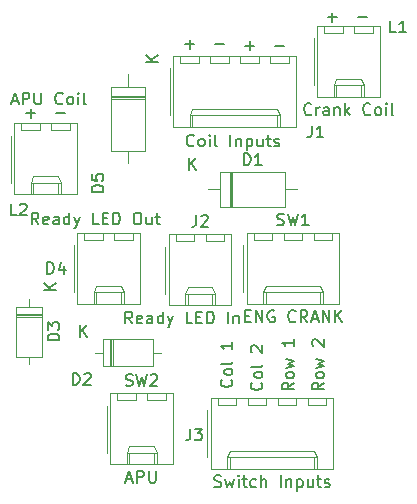
<source format=gbr>
G04 #@! TF.GenerationSoftware,KiCad,Pcbnew,(5.1.5-0-10_14)*
G04 #@! TF.CreationDate,2021-03-15T05:51:44+10:00*
G04 #@! TF.ProjectId,OH - Left Console - 14 - Auxiliary Power Unit Panel,4f48202d-204c-4656-9674-20436f6e736f,rev?*
G04 #@! TF.SameCoordinates,Original*
G04 #@! TF.FileFunction,Legend,Top*
G04 #@! TF.FilePolarity,Positive*
%FSLAX46Y46*%
G04 Gerber Fmt 4.6, Leading zero omitted, Abs format (unit mm)*
G04 Created by KiCad (PCBNEW (5.1.5-0-10_14)) date 2021-03-15 05:51:44*
%MOMM*%
%LPD*%
G04 APERTURE LIST*
%ADD10C,0.150000*%
%ADD11C,0.120000*%
G04 APERTURE END LIST*
D10*
X165933380Y-75437809D02*
X165457190Y-75771142D01*
X165933380Y-76009238D02*
X164933380Y-76009238D01*
X164933380Y-75628285D01*
X164981000Y-75533047D01*
X165028619Y-75485428D01*
X165123857Y-75437809D01*
X165266714Y-75437809D01*
X165361952Y-75485428D01*
X165409571Y-75533047D01*
X165457190Y-75628285D01*
X165457190Y-76009238D01*
X165933380Y-74866380D02*
X165885761Y-74961619D01*
X165838142Y-75009238D01*
X165742904Y-75056857D01*
X165457190Y-75056857D01*
X165361952Y-75009238D01*
X165314333Y-74961619D01*
X165266714Y-74866380D01*
X165266714Y-74723523D01*
X165314333Y-74628285D01*
X165361952Y-74580666D01*
X165457190Y-74533047D01*
X165742904Y-74533047D01*
X165838142Y-74580666D01*
X165885761Y-74628285D01*
X165933380Y-74723523D01*
X165933380Y-74866380D01*
X165266714Y-74199714D02*
X165933380Y-74009238D01*
X165457190Y-73818761D01*
X165933380Y-73628285D01*
X165266714Y-73437809D01*
X165028619Y-72342571D02*
X164981000Y-72294952D01*
X164933380Y-72199714D01*
X164933380Y-71961619D01*
X164981000Y-71866380D01*
X165028619Y-71818761D01*
X165123857Y-71771142D01*
X165219095Y-71771142D01*
X165361952Y-71818761D01*
X165933380Y-72390190D01*
X165933380Y-71771142D01*
X163393380Y-75437809D02*
X162917190Y-75771142D01*
X163393380Y-76009238D02*
X162393380Y-76009238D01*
X162393380Y-75628285D01*
X162441000Y-75533047D01*
X162488619Y-75485428D01*
X162583857Y-75437809D01*
X162726714Y-75437809D01*
X162821952Y-75485428D01*
X162869571Y-75533047D01*
X162917190Y-75628285D01*
X162917190Y-76009238D01*
X163393380Y-74866380D02*
X163345761Y-74961619D01*
X163298142Y-75009238D01*
X163202904Y-75056857D01*
X162917190Y-75056857D01*
X162821952Y-75009238D01*
X162774333Y-74961619D01*
X162726714Y-74866380D01*
X162726714Y-74723523D01*
X162774333Y-74628285D01*
X162821952Y-74580666D01*
X162917190Y-74533047D01*
X163202904Y-74533047D01*
X163298142Y-74580666D01*
X163345761Y-74628285D01*
X163393380Y-74723523D01*
X163393380Y-74866380D01*
X162726714Y-74199714D02*
X163393380Y-74009238D01*
X162917190Y-73818761D01*
X163393380Y-73628285D01*
X162726714Y-73437809D01*
X163393380Y-71771142D02*
X163393380Y-72342571D01*
X163393380Y-72056857D02*
X162393380Y-72056857D01*
X162536238Y-72152095D01*
X162631476Y-72247333D01*
X162679095Y-72342571D01*
X160631142Y-75429904D02*
X160678761Y-75477523D01*
X160726380Y-75620380D01*
X160726380Y-75715619D01*
X160678761Y-75858476D01*
X160583523Y-75953714D01*
X160488285Y-76001333D01*
X160297809Y-76048952D01*
X160154952Y-76048952D01*
X159964476Y-76001333D01*
X159869238Y-75953714D01*
X159774000Y-75858476D01*
X159726380Y-75715619D01*
X159726380Y-75620380D01*
X159774000Y-75477523D01*
X159821619Y-75429904D01*
X160726380Y-74858476D02*
X160678761Y-74953714D01*
X160631142Y-75001333D01*
X160535904Y-75048952D01*
X160250190Y-75048952D01*
X160154952Y-75001333D01*
X160107333Y-74953714D01*
X160059714Y-74858476D01*
X160059714Y-74715619D01*
X160107333Y-74620380D01*
X160154952Y-74572761D01*
X160250190Y-74525142D01*
X160535904Y-74525142D01*
X160631142Y-74572761D01*
X160678761Y-74620380D01*
X160726380Y-74715619D01*
X160726380Y-74858476D01*
X160726380Y-73953714D02*
X160678761Y-74048952D01*
X160583523Y-74096571D01*
X159726380Y-74096571D01*
X159821619Y-72858476D02*
X159774000Y-72810857D01*
X159726380Y-72715619D01*
X159726380Y-72477523D01*
X159774000Y-72382285D01*
X159821619Y-72334666D01*
X159916857Y-72287047D01*
X160012095Y-72287047D01*
X160154952Y-72334666D01*
X160726380Y-72906095D01*
X160726380Y-72287047D01*
X158091142Y-75175904D02*
X158138761Y-75223523D01*
X158186380Y-75366380D01*
X158186380Y-75461619D01*
X158138761Y-75604476D01*
X158043523Y-75699714D01*
X157948285Y-75747333D01*
X157757809Y-75794952D01*
X157614952Y-75794952D01*
X157424476Y-75747333D01*
X157329238Y-75699714D01*
X157234000Y-75604476D01*
X157186380Y-75461619D01*
X157186380Y-75366380D01*
X157234000Y-75223523D01*
X157281619Y-75175904D01*
X158186380Y-74604476D02*
X158138761Y-74699714D01*
X158091142Y-74747333D01*
X157995904Y-74794952D01*
X157710190Y-74794952D01*
X157614952Y-74747333D01*
X157567333Y-74699714D01*
X157519714Y-74604476D01*
X157519714Y-74461619D01*
X157567333Y-74366380D01*
X157614952Y-74318761D01*
X157710190Y-74271142D01*
X157995904Y-74271142D01*
X158091142Y-74318761D01*
X158138761Y-74366380D01*
X158186380Y-74461619D01*
X158186380Y-74604476D01*
X158186380Y-73699714D02*
X158138761Y-73794952D01*
X158043523Y-73842571D01*
X157186380Y-73842571D01*
X158186380Y-72033047D02*
X158186380Y-72604476D01*
X158186380Y-72318761D02*
X157186380Y-72318761D01*
X157329238Y-72414000D01*
X157424476Y-72509238D01*
X157472095Y-72604476D01*
X143256047Y-52649428D02*
X144017952Y-52649428D01*
X140716047Y-52649428D02*
X141477952Y-52649428D01*
X141097000Y-53030380D02*
X141097000Y-52268476D01*
X168783047Y-44521428D02*
X169544952Y-44521428D01*
X166243047Y-44521428D02*
X167004952Y-44521428D01*
X166624000Y-44902380D02*
X166624000Y-44140476D01*
X161798047Y-46934428D02*
X162559952Y-46934428D01*
X159258047Y-46934428D02*
X160019952Y-46934428D01*
X159639000Y-47315380D02*
X159639000Y-46553476D01*
X156718047Y-46807428D02*
X157479952Y-46807428D01*
X154178047Y-46807428D02*
X154939952Y-46807428D01*
X154559000Y-47188380D02*
X154559000Y-46426476D01*
D11*
X152565000Y-76945000D02*
X152565000Y-76345000D01*
X150965000Y-76945000D02*
X152565000Y-76945000D01*
X150965000Y-76345000D02*
X150965000Y-76945000D01*
X150025000Y-76945000D02*
X150025000Y-76345000D01*
X148425000Y-76945000D02*
X150025000Y-76945000D01*
X148425000Y-76345000D02*
X148425000Y-76945000D01*
X151515000Y-82365000D02*
X151515000Y-81365000D01*
X149475000Y-82365000D02*
X149475000Y-81365000D01*
X151515000Y-80835000D02*
X151765000Y-81365000D01*
X149475000Y-80835000D02*
X151515000Y-80835000D01*
X149225000Y-81365000D02*
X149475000Y-80835000D01*
X151765000Y-81365000D02*
X151765000Y-82365000D01*
X149225000Y-81365000D02*
X151765000Y-81365000D01*
X149225000Y-82365000D02*
X149225000Y-81365000D01*
X147555000Y-77375000D02*
X147555000Y-81375000D01*
X153145000Y-76345000D02*
X147845000Y-76345000D01*
X153145000Y-82365000D02*
X153145000Y-76345000D01*
X147845000Y-82365000D02*
X153145000Y-82365000D01*
X147845000Y-76345000D02*
X147845000Y-82365000D01*
X166662000Y-63356000D02*
X166662000Y-62756000D01*
X165062000Y-63356000D02*
X166662000Y-63356000D01*
X165062000Y-62756000D02*
X165062000Y-63356000D01*
X164122000Y-63356000D02*
X164122000Y-62756000D01*
X162522000Y-63356000D02*
X164122000Y-63356000D01*
X162522000Y-62756000D02*
X162522000Y-63356000D01*
X161582000Y-63356000D02*
X161582000Y-62756000D01*
X159982000Y-63356000D02*
X161582000Y-63356000D01*
X159982000Y-62756000D02*
X159982000Y-63356000D01*
X165612000Y-68776000D02*
X165612000Y-67776000D01*
X161032000Y-68776000D02*
X161032000Y-67776000D01*
X165612000Y-67246000D02*
X165862000Y-67776000D01*
X161032000Y-67246000D02*
X165612000Y-67246000D01*
X160782000Y-67776000D02*
X161032000Y-67246000D01*
X165862000Y-67776000D02*
X165862000Y-68776000D01*
X160782000Y-67776000D02*
X165862000Y-67776000D01*
X160782000Y-68776000D02*
X160782000Y-67776000D01*
X159112000Y-63786000D02*
X159112000Y-67786000D01*
X167242000Y-62756000D02*
X159402000Y-62756000D01*
X167242000Y-68776000D02*
X167242000Y-62756000D01*
X159402000Y-68776000D02*
X167242000Y-68776000D01*
X159402000Y-62756000D02*
X159402000Y-68776000D01*
X144437000Y-54085000D02*
X144437000Y-53485000D01*
X142837000Y-54085000D02*
X144437000Y-54085000D01*
X142837000Y-53485000D02*
X142837000Y-54085000D01*
X141897000Y-54085000D02*
X141897000Y-53485000D01*
X140297000Y-54085000D02*
X141897000Y-54085000D01*
X140297000Y-53485000D02*
X140297000Y-54085000D01*
X143387000Y-59505000D02*
X143387000Y-58505000D01*
X141347000Y-59505000D02*
X141347000Y-58505000D01*
X143387000Y-57975000D02*
X143637000Y-58505000D01*
X141347000Y-57975000D02*
X143387000Y-57975000D01*
X141097000Y-58505000D02*
X141347000Y-57975000D01*
X143637000Y-58505000D02*
X143637000Y-59505000D01*
X141097000Y-58505000D02*
X143637000Y-58505000D01*
X141097000Y-59505000D02*
X141097000Y-58505000D01*
X139427000Y-54515000D02*
X139427000Y-58515000D01*
X145017000Y-53485000D02*
X139717000Y-53485000D01*
X145017000Y-59505000D02*
X145017000Y-53485000D01*
X139717000Y-59505000D02*
X145017000Y-59505000D01*
X139717000Y-53485000D02*
X139717000Y-59505000D01*
X170091000Y-45830000D02*
X170091000Y-45230000D01*
X168491000Y-45830000D02*
X170091000Y-45830000D01*
X168491000Y-45230000D02*
X168491000Y-45830000D01*
X167551000Y-45830000D02*
X167551000Y-45230000D01*
X165951000Y-45830000D02*
X167551000Y-45830000D01*
X165951000Y-45230000D02*
X165951000Y-45830000D01*
X169041000Y-51250000D02*
X169041000Y-50250000D01*
X167001000Y-51250000D02*
X167001000Y-50250000D01*
X169041000Y-49720000D02*
X169291000Y-50250000D01*
X167001000Y-49720000D02*
X169041000Y-49720000D01*
X166751000Y-50250000D02*
X167001000Y-49720000D01*
X169291000Y-50250000D02*
X169291000Y-51250000D01*
X166751000Y-50250000D02*
X169291000Y-50250000D01*
X166751000Y-51250000D02*
X166751000Y-50250000D01*
X165081000Y-46260000D02*
X165081000Y-50260000D01*
X170671000Y-45230000D02*
X165371000Y-45230000D01*
X170671000Y-51250000D02*
X170671000Y-45230000D01*
X165371000Y-51250000D02*
X170671000Y-51250000D01*
X165371000Y-45230000D02*
X165371000Y-51250000D01*
X166154000Y-77326000D02*
X166154000Y-76726000D01*
X164554000Y-77326000D02*
X166154000Y-77326000D01*
X164554000Y-76726000D02*
X164554000Y-77326000D01*
X163614000Y-77326000D02*
X163614000Y-76726000D01*
X162014000Y-77326000D02*
X163614000Y-77326000D01*
X162014000Y-76726000D02*
X162014000Y-77326000D01*
X161074000Y-77326000D02*
X161074000Y-76726000D01*
X159474000Y-77326000D02*
X161074000Y-77326000D01*
X159474000Y-76726000D02*
X159474000Y-77326000D01*
X158534000Y-77326000D02*
X158534000Y-76726000D01*
X156934000Y-77326000D02*
X158534000Y-77326000D01*
X156934000Y-76726000D02*
X156934000Y-77326000D01*
X165104000Y-82746000D02*
X165104000Y-81746000D01*
X157984000Y-82746000D02*
X157984000Y-81746000D01*
X165104000Y-81216000D02*
X165354000Y-81746000D01*
X157984000Y-81216000D02*
X165104000Y-81216000D01*
X157734000Y-81746000D02*
X157984000Y-81216000D01*
X165354000Y-81746000D02*
X165354000Y-82746000D01*
X157734000Y-81746000D02*
X165354000Y-81746000D01*
X157734000Y-82746000D02*
X157734000Y-81746000D01*
X156064000Y-77756000D02*
X156064000Y-81756000D01*
X166734000Y-76726000D02*
X156354000Y-76726000D01*
X166734000Y-82746000D02*
X166734000Y-76726000D01*
X156354000Y-82746000D02*
X166734000Y-82746000D01*
X156354000Y-76726000D02*
X156354000Y-82746000D01*
X157518000Y-63483000D02*
X157518000Y-62883000D01*
X155918000Y-63483000D02*
X157518000Y-63483000D01*
X155918000Y-62883000D02*
X155918000Y-63483000D01*
X154978000Y-63483000D02*
X154978000Y-62883000D01*
X153378000Y-63483000D02*
X154978000Y-63483000D01*
X153378000Y-62883000D02*
X153378000Y-63483000D01*
X156468000Y-68903000D02*
X156468000Y-67903000D01*
X154428000Y-68903000D02*
X154428000Y-67903000D01*
X156468000Y-67373000D02*
X156718000Y-67903000D01*
X154428000Y-67373000D02*
X156468000Y-67373000D01*
X154178000Y-67903000D02*
X154428000Y-67373000D01*
X156718000Y-67903000D02*
X156718000Y-68903000D01*
X154178000Y-67903000D02*
X156718000Y-67903000D01*
X154178000Y-68903000D02*
X154178000Y-67903000D01*
X152508000Y-63913000D02*
X152508000Y-67913000D01*
X158098000Y-62883000D02*
X152798000Y-62883000D01*
X158098000Y-68903000D02*
X158098000Y-62883000D01*
X152798000Y-68903000D02*
X158098000Y-68903000D01*
X152798000Y-62883000D02*
X152798000Y-68903000D01*
X162979000Y-48370000D02*
X162979000Y-47770000D01*
X161379000Y-48370000D02*
X162979000Y-48370000D01*
X161379000Y-47770000D02*
X161379000Y-48370000D01*
X160439000Y-48370000D02*
X160439000Y-47770000D01*
X158839000Y-48370000D02*
X160439000Y-48370000D01*
X158839000Y-47770000D02*
X158839000Y-48370000D01*
X157899000Y-48370000D02*
X157899000Y-47770000D01*
X156299000Y-48370000D02*
X157899000Y-48370000D01*
X156299000Y-47770000D02*
X156299000Y-48370000D01*
X155359000Y-48370000D02*
X155359000Y-47770000D01*
X153759000Y-48370000D02*
X155359000Y-48370000D01*
X153759000Y-47770000D02*
X153759000Y-48370000D01*
X161929000Y-53790000D02*
X161929000Y-52790000D01*
X154809000Y-53790000D02*
X154809000Y-52790000D01*
X161929000Y-52260000D02*
X162179000Y-52790000D01*
X154809000Y-52260000D02*
X161929000Y-52260000D01*
X154559000Y-52790000D02*
X154809000Y-52260000D01*
X162179000Y-52790000D02*
X162179000Y-53790000D01*
X154559000Y-52790000D02*
X162179000Y-52790000D01*
X154559000Y-53790000D02*
X154559000Y-52790000D01*
X152889000Y-48800000D02*
X152889000Y-52800000D01*
X163559000Y-47770000D02*
X153179000Y-47770000D01*
X163559000Y-53790000D02*
X163559000Y-47770000D01*
X153179000Y-53790000D02*
X163559000Y-53790000D01*
X153179000Y-47770000D02*
X153179000Y-53790000D01*
X150822000Y-51146000D02*
X147882000Y-51146000D01*
X150822000Y-51386000D02*
X147882000Y-51386000D01*
X150822000Y-51266000D02*
X147882000Y-51266000D01*
X149352000Y-56826000D02*
X149352000Y-55806000D01*
X149352000Y-49346000D02*
X149352000Y-50366000D01*
X150822000Y-55806000D02*
X150822000Y-50366000D01*
X147882000Y-55806000D02*
X150822000Y-55806000D01*
X147882000Y-50366000D02*
X147882000Y-55806000D01*
X150822000Y-50366000D02*
X147882000Y-50366000D01*
X149771000Y-63356000D02*
X149771000Y-62756000D01*
X148171000Y-63356000D02*
X149771000Y-63356000D01*
X148171000Y-62756000D02*
X148171000Y-63356000D01*
X147231000Y-63356000D02*
X147231000Y-62756000D01*
X145631000Y-63356000D02*
X147231000Y-63356000D01*
X145631000Y-62756000D02*
X145631000Y-63356000D01*
X148721000Y-68776000D02*
X148721000Y-67776000D01*
X146681000Y-68776000D02*
X146681000Y-67776000D01*
X148721000Y-67246000D02*
X148971000Y-67776000D01*
X146681000Y-67246000D02*
X148721000Y-67246000D01*
X146431000Y-67776000D02*
X146681000Y-67246000D01*
X148971000Y-67776000D02*
X148971000Y-68776000D01*
X146431000Y-67776000D02*
X148971000Y-67776000D01*
X146431000Y-68776000D02*
X146431000Y-67776000D01*
X144761000Y-63786000D02*
X144761000Y-67786000D01*
X150351000Y-62756000D02*
X145051000Y-62756000D01*
X150351000Y-68776000D02*
X150351000Y-62756000D01*
X145051000Y-68776000D02*
X150351000Y-68776000D01*
X145051000Y-62756000D02*
X145051000Y-68776000D01*
X142090000Y-69600000D02*
X139850000Y-69600000D01*
X142090000Y-69840000D02*
X139850000Y-69840000D01*
X142090000Y-69720000D02*
X139850000Y-69720000D01*
X140970000Y-73890000D02*
X140970000Y-73240000D01*
X140970000Y-68350000D02*
X140970000Y-69000000D01*
X142090000Y-73240000D02*
X142090000Y-69000000D01*
X139850000Y-73240000D02*
X142090000Y-73240000D01*
X139850000Y-69000000D02*
X139850000Y-73240000D01*
X142090000Y-69000000D02*
X139850000Y-69000000D01*
X147832000Y-71778000D02*
X147832000Y-74018000D01*
X148072000Y-71778000D02*
X148072000Y-74018000D01*
X147952000Y-71778000D02*
X147952000Y-74018000D01*
X152122000Y-72898000D02*
X151472000Y-72898000D01*
X146582000Y-72898000D02*
X147232000Y-72898000D01*
X151472000Y-71778000D02*
X147232000Y-71778000D01*
X151472000Y-74018000D02*
X151472000Y-71778000D01*
X147232000Y-74018000D02*
X151472000Y-74018000D01*
X147232000Y-71778000D02*
X147232000Y-74018000D01*
X157953000Y-57585000D02*
X157953000Y-60525000D01*
X158193000Y-57585000D02*
X158193000Y-60525000D01*
X158073000Y-57585000D02*
X158073000Y-60525000D01*
X163633000Y-59055000D02*
X162613000Y-59055000D01*
X156153000Y-59055000D02*
X157173000Y-59055000D01*
X162613000Y-57585000D02*
X157173000Y-57585000D01*
X162613000Y-60525000D02*
X162613000Y-57585000D01*
X157173000Y-60525000D02*
X162613000Y-60525000D01*
X157173000Y-57585000D02*
X157173000Y-60525000D01*
D10*
X149161666Y-75659761D02*
X149304523Y-75707380D01*
X149542619Y-75707380D01*
X149637857Y-75659761D01*
X149685476Y-75612142D01*
X149733095Y-75516904D01*
X149733095Y-75421666D01*
X149685476Y-75326428D01*
X149637857Y-75278809D01*
X149542619Y-75231190D01*
X149352142Y-75183571D01*
X149256904Y-75135952D01*
X149209285Y-75088333D01*
X149161666Y-74993095D01*
X149161666Y-74897857D01*
X149209285Y-74802619D01*
X149256904Y-74755000D01*
X149352142Y-74707380D01*
X149590238Y-74707380D01*
X149733095Y-74755000D01*
X150066428Y-74707380D02*
X150304523Y-75707380D01*
X150495000Y-74993095D01*
X150685476Y-75707380D01*
X150923571Y-74707380D01*
X151256904Y-74802619D02*
X151304523Y-74755000D01*
X151399761Y-74707380D01*
X151637857Y-74707380D01*
X151733095Y-74755000D01*
X151780714Y-74802619D01*
X151828333Y-74897857D01*
X151828333Y-74993095D01*
X151780714Y-75135952D01*
X151209285Y-75707380D01*
X151828333Y-75707380D01*
X149233095Y-83621666D02*
X149709285Y-83621666D01*
X149137857Y-83907380D02*
X149471190Y-82907380D01*
X149804523Y-83907380D01*
X150137857Y-83907380D02*
X150137857Y-82907380D01*
X150518809Y-82907380D01*
X150614047Y-82955000D01*
X150661666Y-83002619D01*
X150709285Y-83097857D01*
X150709285Y-83240714D01*
X150661666Y-83335952D01*
X150614047Y-83383571D01*
X150518809Y-83431190D01*
X150137857Y-83431190D01*
X151137857Y-82907380D02*
X151137857Y-83716904D01*
X151185476Y-83812142D01*
X151233095Y-83859761D01*
X151328333Y-83907380D01*
X151518809Y-83907380D01*
X151614047Y-83859761D01*
X151661666Y-83812142D01*
X151709285Y-83716904D01*
X151709285Y-82907380D01*
X161988666Y-62070761D02*
X162131523Y-62118380D01*
X162369619Y-62118380D01*
X162464857Y-62070761D01*
X162512476Y-62023142D01*
X162560095Y-61927904D01*
X162560095Y-61832666D01*
X162512476Y-61737428D01*
X162464857Y-61689809D01*
X162369619Y-61642190D01*
X162179142Y-61594571D01*
X162083904Y-61546952D01*
X162036285Y-61499333D01*
X161988666Y-61404095D01*
X161988666Y-61308857D01*
X162036285Y-61213619D01*
X162083904Y-61166000D01*
X162179142Y-61118380D01*
X162417238Y-61118380D01*
X162560095Y-61166000D01*
X162893428Y-61118380D02*
X163131523Y-62118380D01*
X163322000Y-61404095D01*
X163512476Y-62118380D01*
X163750571Y-61118380D01*
X164655333Y-62118380D02*
X164083904Y-62118380D01*
X164369619Y-62118380D02*
X164369619Y-61118380D01*
X164274380Y-61261238D01*
X164179142Y-61356476D01*
X164083904Y-61404095D01*
X159250571Y-69794571D02*
X159583904Y-69794571D01*
X159726761Y-70318380D02*
X159250571Y-70318380D01*
X159250571Y-69318380D01*
X159726761Y-69318380D01*
X160155333Y-70318380D02*
X160155333Y-69318380D01*
X160726761Y-70318380D01*
X160726761Y-69318380D01*
X161726761Y-69366000D02*
X161631523Y-69318380D01*
X161488666Y-69318380D01*
X161345809Y-69366000D01*
X161250571Y-69461238D01*
X161202952Y-69556476D01*
X161155333Y-69746952D01*
X161155333Y-69889809D01*
X161202952Y-70080285D01*
X161250571Y-70175523D01*
X161345809Y-70270761D01*
X161488666Y-70318380D01*
X161583904Y-70318380D01*
X161726761Y-70270761D01*
X161774380Y-70223142D01*
X161774380Y-69889809D01*
X161583904Y-69889809D01*
X163536285Y-70223142D02*
X163488666Y-70270761D01*
X163345809Y-70318380D01*
X163250571Y-70318380D01*
X163107714Y-70270761D01*
X163012476Y-70175523D01*
X162964857Y-70080285D01*
X162917238Y-69889809D01*
X162917238Y-69746952D01*
X162964857Y-69556476D01*
X163012476Y-69461238D01*
X163107714Y-69366000D01*
X163250571Y-69318380D01*
X163345809Y-69318380D01*
X163488666Y-69366000D01*
X163536285Y-69413619D01*
X164536285Y-70318380D02*
X164202952Y-69842190D01*
X163964857Y-70318380D02*
X163964857Y-69318380D01*
X164345809Y-69318380D01*
X164441047Y-69366000D01*
X164488666Y-69413619D01*
X164536285Y-69508857D01*
X164536285Y-69651714D01*
X164488666Y-69746952D01*
X164441047Y-69794571D01*
X164345809Y-69842190D01*
X163964857Y-69842190D01*
X164917238Y-70032666D02*
X165393428Y-70032666D01*
X164822000Y-70318380D02*
X165155333Y-69318380D01*
X165488666Y-70318380D01*
X165822000Y-70318380D02*
X165822000Y-69318380D01*
X166393428Y-70318380D01*
X166393428Y-69318380D01*
X166869619Y-70318380D02*
X166869619Y-69318380D01*
X167441047Y-70318380D02*
X167012476Y-69746952D01*
X167441047Y-69318380D02*
X166869619Y-69889809D01*
X139914333Y-61285380D02*
X139438142Y-61285380D01*
X139438142Y-60285380D01*
X140200047Y-60380619D02*
X140247666Y-60333000D01*
X140342904Y-60285380D01*
X140581000Y-60285380D01*
X140676238Y-60333000D01*
X140723857Y-60380619D01*
X140771476Y-60475857D01*
X140771476Y-60571095D01*
X140723857Y-60713952D01*
X140152428Y-61285380D01*
X140771476Y-61285380D01*
X139525761Y-51601666D02*
X140001952Y-51601666D01*
X139430523Y-51887380D02*
X139763857Y-50887380D01*
X140097190Y-51887380D01*
X140430523Y-51887380D02*
X140430523Y-50887380D01*
X140811476Y-50887380D01*
X140906714Y-50935000D01*
X140954333Y-50982619D01*
X141001952Y-51077857D01*
X141001952Y-51220714D01*
X140954333Y-51315952D01*
X140906714Y-51363571D01*
X140811476Y-51411190D01*
X140430523Y-51411190D01*
X141430523Y-50887380D02*
X141430523Y-51696904D01*
X141478142Y-51792142D01*
X141525761Y-51839761D01*
X141621000Y-51887380D01*
X141811476Y-51887380D01*
X141906714Y-51839761D01*
X141954333Y-51792142D01*
X142001952Y-51696904D01*
X142001952Y-50887380D01*
X143811476Y-51792142D02*
X143763857Y-51839761D01*
X143621000Y-51887380D01*
X143525761Y-51887380D01*
X143382904Y-51839761D01*
X143287666Y-51744523D01*
X143240047Y-51649285D01*
X143192428Y-51458809D01*
X143192428Y-51315952D01*
X143240047Y-51125476D01*
X143287666Y-51030238D01*
X143382904Y-50935000D01*
X143525761Y-50887380D01*
X143621000Y-50887380D01*
X143763857Y-50935000D01*
X143811476Y-50982619D01*
X144382904Y-51887380D02*
X144287666Y-51839761D01*
X144240047Y-51792142D01*
X144192428Y-51696904D01*
X144192428Y-51411190D01*
X144240047Y-51315952D01*
X144287666Y-51268333D01*
X144382904Y-51220714D01*
X144525761Y-51220714D01*
X144621000Y-51268333D01*
X144668619Y-51315952D01*
X144716238Y-51411190D01*
X144716238Y-51696904D01*
X144668619Y-51792142D01*
X144621000Y-51839761D01*
X144525761Y-51887380D01*
X144382904Y-51887380D01*
X145144809Y-51887380D02*
X145144809Y-51220714D01*
X145144809Y-50887380D02*
X145097190Y-50935000D01*
X145144809Y-50982619D01*
X145192428Y-50935000D01*
X145144809Y-50887380D01*
X145144809Y-50982619D01*
X145763857Y-51887380D02*
X145668619Y-51839761D01*
X145621000Y-51744523D01*
X145621000Y-50887380D01*
X172045333Y-45791380D02*
X171569142Y-45791380D01*
X171569142Y-44791380D01*
X172902476Y-45791380D02*
X172331047Y-45791380D01*
X172616761Y-45791380D02*
X172616761Y-44791380D01*
X172521523Y-44934238D01*
X172426285Y-45029476D01*
X172331047Y-45077095D01*
X164878142Y-52697142D02*
X164830523Y-52744761D01*
X164687666Y-52792380D01*
X164592428Y-52792380D01*
X164449571Y-52744761D01*
X164354333Y-52649523D01*
X164306714Y-52554285D01*
X164259095Y-52363809D01*
X164259095Y-52220952D01*
X164306714Y-52030476D01*
X164354333Y-51935238D01*
X164449571Y-51840000D01*
X164592428Y-51792380D01*
X164687666Y-51792380D01*
X164830523Y-51840000D01*
X164878142Y-51887619D01*
X165306714Y-52792380D02*
X165306714Y-52125714D01*
X165306714Y-52316190D02*
X165354333Y-52220952D01*
X165401952Y-52173333D01*
X165497190Y-52125714D01*
X165592428Y-52125714D01*
X166354333Y-52792380D02*
X166354333Y-52268571D01*
X166306714Y-52173333D01*
X166211476Y-52125714D01*
X166021000Y-52125714D01*
X165925761Y-52173333D01*
X166354333Y-52744761D02*
X166259095Y-52792380D01*
X166021000Y-52792380D01*
X165925761Y-52744761D01*
X165878142Y-52649523D01*
X165878142Y-52554285D01*
X165925761Y-52459047D01*
X166021000Y-52411428D01*
X166259095Y-52411428D01*
X166354333Y-52363809D01*
X166830523Y-52125714D02*
X166830523Y-52792380D01*
X166830523Y-52220952D02*
X166878142Y-52173333D01*
X166973380Y-52125714D01*
X167116238Y-52125714D01*
X167211476Y-52173333D01*
X167259095Y-52268571D01*
X167259095Y-52792380D01*
X167735285Y-52792380D02*
X167735285Y-51792380D01*
X167830523Y-52411428D02*
X168116238Y-52792380D01*
X168116238Y-52125714D02*
X167735285Y-52506666D01*
X169878142Y-52697142D02*
X169830523Y-52744761D01*
X169687666Y-52792380D01*
X169592428Y-52792380D01*
X169449571Y-52744761D01*
X169354333Y-52649523D01*
X169306714Y-52554285D01*
X169259095Y-52363809D01*
X169259095Y-52220952D01*
X169306714Y-52030476D01*
X169354333Y-51935238D01*
X169449571Y-51840000D01*
X169592428Y-51792380D01*
X169687666Y-51792380D01*
X169830523Y-51840000D01*
X169878142Y-51887619D01*
X170449571Y-52792380D02*
X170354333Y-52744761D01*
X170306714Y-52697142D01*
X170259095Y-52601904D01*
X170259095Y-52316190D01*
X170306714Y-52220952D01*
X170354333Y-52173333D01*
X170449571Y-52125714D01*
X170592428Y-52125714D01*
X170687666Y-52173333D01*
X170735285Y-52220952D01*
X170782904Y-52316190D01*
X170782904Y-52601904D01*
X170735285Y-52697142D01*
X170687666Y-52744761D01*
X170592428Y-52792380D01*
X170449571Y-52792380D01*
X171211476Y-52792380D02*
X171211476Y-52125714D01*
X171211476Y-51792380D02*
X171163857Y-51840000D01*
X171211476Y-51887619D01*
X171259095Y-51840000D01*
X171211476Y-51792380D01*
X171211476Y-51887619D01*
X171830523Y-52792380D02*
X171735285Y-52744761D01*
X171687666Y-52649523D01*
X171687666Y-51792380D01*
X154606666Y-79335380D02*
X154606666Y-80049666D01*
X154559047Y-80192523D01*
X154463809Y-80287761D01*
X154320952Y-80335380D01*
X154225714Y-80335380D01*
X154987619Y-79335380D02*
X155606666Y-79335380D01*
X155273333Y-79716333D01*
X155416190Y-79716333D01*
X155511428Y-79763952D01*
X155559047Y-79811571D01*
X155606666Y-79906809D01*
X155606666Y-80144904D01*
X155559047Y-80240142D01*
X155511428Y-80287761D01*
X155416190Y-80335380D01*
X155130476Y-80335380D01*
X155035238Y-80287761D01*
X154987619Y-80240142D01*
X156663047Y-84240761D02*
X156805904Y-84288380D01*
X157044000Y-84288380D01*
X157139238Y-84240761D01*
X157186857Y-84193142D01*
X157234476Y-84097904D01*
X157234476Y-84002666D01*
X157186857Y-83907428D01*
X157139238Y-83859809D01*
X157044000Y-83812190D01*
X156853523Y-83764571D01*
X156758285Y-83716952D01*
X156710666Y-83669333D01*
X156663047Y-83574095D01*
X156663047Y-83478857D01*
X156710666Y-83383619D01*
X156758285Y-83336000D01*
X156853523Y-83288380D01*
X157091619Y-83288380D01*
X157234476Y-83336000D01*
X157567809Y-83621714D02*
X157758285Y-84288380D01*
X157948761Y-83812190D01*
X158139238Y-84288380D01*
X158329714Y-83621714D01*
X158710666Y-84288380D02*
X158710666Y-83621714D01*
X158710666Y-83288380D02*
X158663047Y-83336000D01*
X158710666Y-83383619D01*
X158758285Y-83336000D01*
X158710666Y-83288380D01*
X158710666Y-83383619D01*
X159044000Y-83621714D02*
X159424952Y-83621714D01*
X159186857Y-83288380D02*
X159186857Y-84145523D01*
X159234476Y-84240761D01*
X159329714Y-84288380D01*
X159424952Y-84288380D01*
X160186857Y-84240761D02*
X160091619Y-84288380D01*
X159901142Y-84288380D01*
X159805904Y-84240761D01*
X159758285Y-84193142D01*
X159710666Y-84097904D01*
X159710666Y-83812190D01*
X159758285Y-83716952D01*
X159805904Y-83669333D01*
X159901142Y-83621714D01*
X160091619Y-83621714D01*
X160186857Y-83669333D01*
X160615428Y-84288380D02*
X160615428Y-83288380D01*
X161044000Y-84288380D02*
X161044000Y-83764571D01*
X160996380Y-83669333D01*
X160901142Y-83621714D01*
X160758285Y-83621714D01*
X160663047Y-83669333D01*
X160615428Y-83716952D01*
X162282095Y-84288380D02*
X162282095Y-83288380D01*
X162758285Y-83621714D02*
X162758285Y-84288380D01*
X162758285Y-83716952D02*
X162805904Y-83669333D01*
X162901142Y-83621714D01*
X163044000Y-83621714D01*
X163139238Y-83669333D01*
X163186857Y-83764571D01*
X163186857Y-84288380D01*
X163663047Y-83621714D02*
X163663047Y-84621714D01*
X163663047Y-83669333D02*
X163758285Y-83621714D01*
X163948761Y-83621714D01*
X164044000Y-83669333D01*
X164091619Y-83716952D01*
X164139238Y-83812190D01*
X164139238Y-84097904D01*
X164091619Y-84193142D01*
X164044000Y-84240761D01*
X163948761Y-84288380D01*
X163758285Y-84288380D01*
X163663047Y-84240761D01*
X164996380Y-83621714D02*
X164996380Y-84288380D01*
X164567809Y-83621714D02*
X164567809Y-84145523D01*
X164615428Y-84240761D01*
X164710666Y-84288380D01*
X164853523Y-84288380D01*
X164948761Y-84240761D01*
X164996380Y-84193142D01*
X165329714Y-83621714D02*
X165710666Y-83621714D01*
X165472571Y-83288380D02*
X165472571Y-84145523D01*
X165520190Y-84240761D01*
X165615428Y-84288380D01*
X165710666Y-84288380D01*
X165996380Y-84240761D02*
X166091619Y-84288380D01*
X166282095Y-84288380D01*
X166377333Y-84240761D01*
X166424952Y-84145523D01*
X166424952Y-84097904D01*
X166377333Y-84002666D01*
X166282095Y-83955047D01*
X166139238Y-83955047D01*
X166044000Y-83907428D01*
X165996380Y-83812190D01*
X165996380Y-83764571D01*
X166044000Y-83669333D01*
X166139238Y-83621714D01*
X166282095Y-83621714D01*
X166377333Y-83669333D01*
X155114666Y-61245380D02*
X155114666Y-61959666D01*
X155067047Y-62102523D01*
X154971809Y-62197761D01*
X154828952Y-62245380D01*
X154733714Y-62245380D01*
X155543238Y-61340619D02*
X155590857Y-61293000D01*
X155686095Y-61245380D01*
X155924190Y-61245380D01*
X156019428Y-61293000D01*
X156067047Y-61340619D01*
X156114666Y-61435857D01*
X156114666Y-61531095D01*
X156067047Y-61673952D01*
X155495619Y-62245380D01*
X156114666Y-62245380D01*
X149709714Y-70429380D02*
X149376380Y-69953190D01*
X149138285Y-70429380D02*
X149138285Y-69429380D01*
X149519238Y-69429380D01*
X149614476Y-69477000D01*
X149662095Y-69524619D01*
X149709714Y-69619857D01*
X149709714Y-69762714D01*
X149662095Y-69857952D01*
X149614476Y-69905571D01*
X149519238Y-69953190D01*
X149138285Y-69953190D01*
X150519238Y-70381761D02*
X150424000Y-70429380D01*
X150233523Y-70429380D01*
X150138285Y-70381761D01*
X150090666Y-70286523D01*
X150090666Y-69905571D01*
X150138285Y-69810333D01*
X150233523Y-69762714D01*
X150424000Y-69762714D01*
X150519238Y-69810333D01*
X150566857Y-69905571D01*
X150566857Y-70000809D01*
X150090666Y-70096047D01*
X151424000Y-70429380D02*
X151424000Y-69905571D01*
X151376380Y-69810333D01*
X151281142Y-69762714D01*
X151090666Y-69762714D01*
X150995428Y-69810333D01*
X151424000Y-70381761D02*
X151328761Y-70429380D01*
X151090666Y-70429380D01*
X150995428Y-70381761D01*
X150947809Y-70286523D01*
X150947809Y-70191285D01*
X150995428Y-70096047D01*
X151090666Y-70048428D01*
X151328761Y-70048428D01*
X151424000Y-70000809D01*
X152328761Y-70429380D02*
X152328761Y-69429380D01*
X152328761Y-70381761D02*
X152233523Y-70429380D01*
X152043047Y-70429380D01*
X151947809Y-70381761D01*
X151900190Y-70334142D01*
X151852571Y-70238904D01*
X151852571Y-69953190D01*
X151900190Y-69857952D01*
X151947809Y-69810333D01*
X152043047Y-69762714D01*
X152233523Y-69762714D01*
X152328761Y-69810333D01*
X152709714Y-69762714D02*
X152947809Y-70429380D01*
X153185904Y-69762714D02*
X152947809Y-70429380D01*
X152852571Y-70667476D01*
X152804952Y-70715095D01*
X152709714Y-70762714D01*
X154804952Y-70429380D02*
X154328761Y-70429380D01*
X154328761Y-69429380D01*
X155138285Y-69905571D02*
X155471619Y-69905571D01*
X155614476Y-70429380D02*
X155138285Y-70429380D01*
X155138285Y-69429380D01*
X155614476Y-69429380D01*
X156043047Y-70429380D02*
X156043047Y-69429380D01*
X156281142Y-69429380D01*
X156424000Y-69477000D01*
X156519238Y-69572238D01*
X156566857Y-69667476D01*
X156614476Y-69857952D01*
X156614476Y-70000809D01*
X156566857Y-70191285D01*
X156519238Y-70286523D01*
X156424000Y-70381761D01*
X156281142Y-70429380D01*
X156043047Y-70429380D01*
X157804952Y-70429380D02*
X157804952Y-69429380D01*
X158281142Y-69762714D02*
X158281142Y-70429380D01*
X158281142Y-69857952D02*
X158328761Y-69810333D01*
X158424000Y-69762714D01*
X158566857Y-69762714D01*
X158662095Y-69810333D01*
X158709714Y-69905571D01*
X158709714Y-70429380D01*
X164893666Y-53681380D02*
X164893666Y-54395666D01*
X164846047Y-54538523D01*
X164750809Y-54633761D01*
X164607952Y-54681380D01*
X164512714Y-54681380D01*
X165893666Y-54681380D02*
X165322238Y-54681380D01*
X165607952Y-54681380D02*
X165607952Y-53681380D01*
X165512714Y-53824238D01*
X165417476Y-53919476D01*
X165322238Y-53967095D01*
X154932476Y-55348142D02*
X154884857Y-55395761D01*
X154742000Y-55443380D01*
X154646761Y-55443380D01*
X154503904Y-55395761D01*
X154408666Y-55300523D01*
X154361047Y-55205285D01*
X154313428Y-55014809D01*
X154313428Y-54871952D01*
X154361047Y-54681476D01*
X154408666Y-54586238D01*
X154503904Y-54491000D01*
X154646761Y-54443380D01*
X154742000Y-54443380D01*
X154884857Y-54491000D01*
X154932476Y-54538619D01*
X155503904Y-55443380D02*
X155408666Y-55395761D01*
X155361047Y-55348142D01*
X155313428Y-55252904D01*
X155313428Y-54967190D01*
X155361047Y-54871952D01*
X155408666Y-54824333D01*
X155503904Y-54776714D01*
X155646761Y-54776714D01*
X155742000Y-54824333D01*
X155789619Y-54871952D01*
X155837238Y-54967190D01*
X155837238Y-55252904D01*
X155789619Y-55348142D01*
X155742000Y-55395761D01*
X155646761Y-55443380D01*
X155503904Y-55443380D01*
X156265809Y-55443380D02*
X156265809Y-54776714D01*
X156265809Y-54443380D02*
X156218190Y-54491000D01*
X156265809Y-54538619D01*
X156313428Y-54491000D01*
X156265809Y-54443380D01*
X156265809Y-54538619D01*
X156884857Y-55443380D02*
X156789619Y-55395761D01*
X156742000Y-55300523D01*
X156742000Y-54443380D01*
X158027714Y-55443380D02*
X158027714Y-54443380D01*
X158503904Y-54776714D02*
X158503904Y-55443380D01*
X158503904Y-54871952D02*
X158551523Y-54824333D01*
X158646761Y-54776714D01*
X158789619Y-54776714D01*
X158884857Y-54824333D01*
X158932476Y-54919571D01*
X158932476Y-55443380D01*
X159408666Y-54776714D02*
X159408666Y-55776714D01*
X159408666Y-54824333D02*
X159503904Y-54776714D01*
X159694380Y-54776714D01*
X159789619Y-54824333D01*
X159837238Y-54871952D01*
X159884857Y-54967190D01*
X159884857Y-55252904D01*
X159837238Y-55348142D01*
X159789619Y-55395761D01*
X159694380Y-55443380D01*
X159503904Y-55443380D01*
X159408666Y-55395761D01*
X160742000Y-54776714D02*
X160742000Y-55443380D01*
X160313428Y-54776714D02*
X160313428Y-55300523D01*
X160361047Y-55395761D01*
X160456285Y-55443380D01*
X160599142Y-55443380D01*
X160694380Y-55395761D01*
X160742000Y-55348142D01*
X161075333Y-54776714D02*
X161456285Y-54776714D01*
X161218190Y-54443380D02*
X161218190Y-55300523D01*
X161265809Y-55395761D01*
X161361047Y-55443380D01*
X161456285Y-55443380D01*
X161742000Y-55395761D02*
X161837238Y-55443380D01*
X162027714Y-55443380D01*
X162122952Y-55395761D01*
X162170571Y-55300523D01*
X162170571Y-55252904D01*
X162122952Y-55157666D01*
X162027714Y-55110047D01*
X161884857Y-55110047D01*
X161789619Y-55062428D01*
X161742000Y-54967190D01*
X161742000Y-54919571D01*
X161789619Y-54824333D01*
X161884857Y-54776714D01*
X162027714Y-54776714D01*
X162122952Y-54824333D01*
X147264380Y-59285095D02*
X146264380Y-59285095D01*
X146264380Y-59047000D01*
X146312000Y-58904142D01*
X146407238Y-58808904D01*
X146502476Y-58761285D01*
X146692952Y-58713666D01*
X146835809Y-58713666D01*
X147026285Y-58761285D01*
X147121523Y-58808904D01*
X147216761Y-58904142D01*
X147264380Y-59047000D01*
X147264380Y-59285095D01*
X146264380Y-57808904D02*
X146264380Y-58285095D01*
X146740571Y-58332714D01*
X146692952Y-58285095D01*
X146645333Y-58189857D01*
X146645333Y-57951761D01*
X146692952Y-57856523D01*
X146740571Y-57808904D01*
X146835809Y-57761285D01*
X147073904Y-57761285D01*
X147169142Y-57808904D01*
X147216761Y-57856523D01*
X147264380Y-57951761D01*
X147264380Y-58189857D01*
X147216761Y-58285095D01*
X147169142Y-58332714D01*
X151904380Y-48267904D02*
X150904380Y-48267904D01*
X151904380Y-47696476D02*
X151332952Y-48125047D01*
X150904380Y-47696476D02*
X151475809Y-48267904D01*
X142517904Y-66238380D02*
X142517904Y-65238380D01*
X142756000Y-65238380D01*
X142898857Y-65286000D01*
X142994095Y-65381238D01*
X143041714Y-65476476D01*
X143089333Y-65666952D01*
X143089333Y-65809809D01*
X143041714Y-66000285D01*
X142994095Y-66095523D01*
X142898857Y-66190761D01*
X142756000Y-66238380D01*
X142517904Y-66238380D01*
X143946476Y-65571714D02*
X143946476Y-66238380D01*
X143708380Y-65190761D02*
X143470285Y-65905047D01*
X144089333Y-65905047D01*
X141772285Y-62047380D02*
X141438952Y-61571190D01*
X141200857Y-62047380D02*
X141200857Y-61047380D01*
X141581809Y-61047380D01*
X141677047Y-61095000D01*
X141724666Y-61142619D01*
X141772285Y-61237857D01*
X141772285Y-61380714D01*
X141724666Y-61475952D01*
X141677047Y-61523571D01*
X141581809Y-61571190D01*
X141200857Y-61571190D01*
X142581809Y-61999761D02*
X142486571Y-62047380D01*
X142296095Y-62047380D01*
X142200857Y-61999761D01*
X142153238Y-61904523D01*
X142153238Y-61523571D01*
X142200857Y-61428333D01*
X142296095Y-61380714D01*
X142486571Y-61380714D01*
X142581809Y-61428333D01*
X142629428Y-61523571D01*
X142629428Y-61618809D01*
X142153238Y-61714047D01*
X143486571Y-62047380D02*
X143486571Y-61523571D01*
X143438952Y-61428333D01*
X143343714Y-61380714D01*
X143153238Y-61380714D01*
X143058000Y-61428333D01*
X143486571Y-61999761D02*
X143391333Y-62047380D01*
X143153238Y-62047380D01*
X143058000Y-61999761D01*
X143010380Y-61904523D01*
X143010380Y-61809285D01*
X143058000Y-61714047D01*
X143153238Y-61666428D01*
X143391333Y-61666428D01*
X143486571Y-61618809D01*
X144391333Y-62047380D02*
X144391333Y-61047380D01*
X144391333Y-61999761D02*
X144296095Y-62047380D01*
X144105619Y-62047380D01*
X144010380Y-61999761D01*
X143962761Y-61952142D01*
X143915142Y-61856904D01*
X143915142Y-61571190D01*
X143962761Y-61475952D01*
X144010380Y-61428333D01*
X144105619Y-61380714D01*
X144296095Y-61380714D01*
X144391333Y-61428333D01*
X144772285Y-61380714D02*
X145010380Y-62047380D01*
X145248476Y-61380714D02*
X145010380Y-62047380D01*
X144915142Y-62285476D01*
X144867523Y-62333095D01*
X144772285Y-62380714D01*
X146867523Y-62047380D02*
X146391333Y-62047380D01*
X146391333Y-61047380D01*
X147200857Y-61523571D02*
X147534190Y-61523571D01*
X147677047Y-62047380D02*
X147200857Y-62047380D01*
X147200857Y-61047380D01*
X147677047Y-61047380D01*
X148105619Y-62047380D02*
X148105619Y-61047380D01*
X148343714Y-61047380D01*
X148486571Y-61095000D01*
X148581809Y-61190238D01*
X148629428Y-61285476D01*
X148677047Y-61475952D01*
X148677047Y-61618809D01*
X148629428Y-61809285D01*
X148581809Y-61904523D01*
X148486571Y-61999761D01*
X148343714Y-62047380D01*
X148105619Y-62047380D01*
X150058000Y-61047380D02*
X150248476Y-61047380D01*
X150343714Y-61095000D01*
X150438952Y-61190238D01*
X150486571Y-61380714D01*
X150486571Y-61714047D01*
X150438952Y-61904523D01*
X150343714Y-61999761D01*
X150248476Y-62047380D01*
X150058000Y-62047380D01*
X149962761Y-61999761D01*
X149867523Y-61904523D01*
X149819904Y-61714047D01*
X149819904Y-61380714D01*
X149867523Y-61190238D01*
X149962761Y-61095000D01*
X150058000Y-61047380D01*
X151343714Y-61380714D02*
X151343714Y-62047380D01*
X150915142Y-61380714D02*
X150915142Y-61904523D01*
X150962761Y-61999761D01*
X151058000Y-62047380D01*
X151200857Y-62047380D01*
X151296095Y-61999761D01*
X151343714Y-61952142D01*
X151677047Y-61380714D02*
X152058000Y-61380714D01*
X151819904Y-61047380D02*
X151819904Y-61904523D01*
X151867523Y-61999761D01*
X151962761Y-62047380D01*
X152058000Y-62047380D01*
X143542380Y-71858095D02*
X142542380Y-71858095D01*
X142542380Y-71620000D01*
X142590000Y-71477142D01*
X142685238Y-71381904D01*
X142780476Y-71334285D01*
X142970952Y-71286666D01*
X143113809Y-71286666D01*
X143304285Y-71334285D01*
X143399523Y-71381904D01*
X143494761Y-71477142D01*
X143542380Y-71620000D01*
X143542380Y-71858095D01*
X142542380Y-70953333D02*
X142542380Y-70334285D01*
X142923333Y-70667619D01*
X142923333Y-70524761D01*
X142970952Y-70429523D01*
X143018571Y-70381904D01*
X143113809Y-70334285D01*
X143351904Y-70334285D01*
X143447142Y-70381904D01*
X143494761Y-70429523D01*
X143542380Y-70524761D01*
X143542380Y-70810476D01*
X143494761Y-70905714D01*
X143447142Y-70953333D01*
X143222380Y-67571904D02*
X142222380Y-67571904D01*
X143222380Y-67000476D02*
X142650952Y-67429047D01*
X142222380Y-67000476D02*
X142793809Y-67571904D01*
X144676904Y-75636380D02*
X144676904Y-74636380D01*
X144915000Y-74636380D01*
X145057857Y-74684000D01*
X145153095Y-74779238D01*
X145200714Y-74874476D01*
X145248333Y-75064952D01*
X145248333Y-75207809D01*
X145200714Y-75398285D01*
X145153095Y-75493523D01*
X145057857Y-75588761D01*
X144915000Y-75636380D01*
X144676904Y-75636380D01*
X145629285Y-74731619D02*
X145676904Y-74684000D01*
X145772142Y-74636380D01*
X146010238Y-74636380D01*
X146105476Y-74684000D01*
X146153095Y-74731619D01*
X146200714Y-74826857D01*
X146200714Y-74922095D01*
X146153095Y-75064952D01*
X145581666Y-75636380D01*
X146200714Y-75636380D01*
X145280095Y-71550380D02*
X145280095Y-70550380D01*
X145851523Y-71550380D02*
X145422952Y-70978952D01*
X145851523Y-70550380D02*
X145280095Y-71121809D01*
X159154904Y-57037380D02*
X159154904Y-56037380D01*
X159393000Y-56037380D01*
X159535857Y-56085000D01*
X159631095Y-56180238D01*
X159678714Y-56275476D01*
X159726333Y-56465952D01*
X159726333Y-56608809D01*
X159678714Y-56799285D01*
X159631095Y-56894523D01*
X159535857Y-56989761D01*
X159393000Y-57037380D01*
X159154904Y-57037380D01*
X160678714Y-57037380D02*
X160107285Y-57037380D01*
X160393000Y-57037380D02*
X160393000Y-56037380D01*
X160297761Y-56180238D01*
X160202523Y-56275476D01*
X160107285Y-56323095D01*
X154551095Y-57407380D02*
X154551095Y-56407380D01*
X155122523Y-57407380D02*
X154693952Y-56835952D01*
X155122523Y-56407380D02*
X154551095Y-56978809D01*
M02*

</source>
